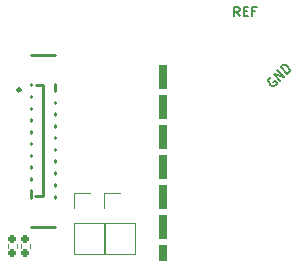
<source format=gbr>
%TF.GenerationSoftware,KiCad,Pcbnew,8.0.8-8.0.8-0~ubuntu24.04.1*%
%TF.CreationDate,2025-03-23T23:28:59+00:00*%
%TF.ProjectId,CONTROLLER_esp32xiao,434f4e54-524f-44c4-9c45-525f65737033,rev?*%
%TF.SameCoordinates,Original*%
%TF.FileFunction,Legend,Top*%
%TF.FilePolarity,Positive*%
%FSLAX46Y46*%
G04 Gerber Fmt 4.6, Leading zero omitted, Abs format (unit mm)*
G04 Created by KiCad (PCBNEW 8.0.8-8.0.8-0~ubuntu24.04.1) date 2025-03-23 23:28:59*
%MOMM*%
%LPD*%
G01*
G04 APERTURE LIST*
G04 Aperture macros list*
%AMRoundRect*
0 Rectangle with rounded corners*
0 $1 Rounding radius*
0 $2 $3 $4 $5 $6 $7 $8 $9 X,Y pos of 4 corners*
0 Add a 4 corners polygon primitive as box body*
4,1,4,$2,$3,$4,$5,$6,$7,$8,$9,$2,$3,0*
0 Add four circle primitives for the rounded corners*
1,1,$1+$1,$2,$3*
1,1,$1+$1,$4,$5*
1,1,$1+$1,$6,$7*
1,1,$1+$1,$8,$9*
0 Add four rect primitives between the rounded corners*
20,1,$1+$1,$2,$3,$4,$5,0*
20,1,$1+$1,$4,$5,$6,$7,0*
20,1,$1+$1,$6,$7,$8,$9,0*
20,1,$1+$1,$8,$9,$2,$3,0*%
G04 Aperture macros list end*
%ADD10C,0.200000*%
%ADD11C,0.120000*%
%ADD12C,0.250000*%
%ADD13R,1.700000X1.700000*%
%ADD14O,1.700000X1.700000*%
%ADD15RoundRect,1.000000X0.375000X0.000010X-0.375000X0.000010X-0.375000X-0.000010X0.375000X-0.000010X0*%
%ADD16RoundRect,0.160000X0.160000X-0.197500X0.160000X0.197500X-0.160000X0.197500X-0.160000X-0.197500X0*%
%ADD17R,1.200000X0.400000*%
%ADD18R,2.400000X2.000000*%
G04 APERTURE END LIST*
D10*
X71142857Y-71459695D02*
X70876190Y-71078742D01*
X70685714Y-71459695D02*
X70685714Y-70659695D01*
X70685714Y-70659695D02*
X70990476Y-70659695D01*
X70990476Y-70659695D02*
X71066666Y-70697790D01*
X71066666Y-70697790D02*
X71104761Y-70735885D01*
X71104761Y-70735885D02*
X71142857Y-70812076D01*
X71142857Y-70812076D02*
X71142857Y-70926361D01*
X71142857Y-70926361D02*
X71104761Y-71002552D01*
X71104761Y-71002552D02*
X71066666Y-71040647D01*
X71066666Y-71040647D02*
X70990476Y-71078742D01*
X70990476Y-71078742D02*
X70685714Y-71078742D01*
X71485714Y-71040647D02*
X71752380Y-71040647D01*
X71866666Y-71459695D02*
X71485714Y-71459695D01*
X71485714Y-71459695D02*
X71485714Y-70659695D01*
X71485714Y-70659695D02*
X71866666Y-70659695D01*
X72476190Y-71040647D02*
X72209524Y-71040647D01*
X72209524Y-71459695D02*
X72209524Y-70659695D01*
X72209524Y-70659695D02*
X72590476Y-70659695D01*
X73784596Y-76646592D02*
X73703784Y-76673530D01*
X73703784Y-76673530D02*
X73622972Y-76754342D01*
X73622972Y-76754342D02*
X73569097Y-76862092D01*
X73569097Y-76862092D02*
X73569097Y-76969841D01*
X73569097Y-76969841D02*
X73596035Y-77050653D01*
X73596035Y-77050653D02*
X73676847Y-77185340D01*
X73676847Y-77185340D02*
X73757659Y-77266153D01*
X73757659Y-77266153D02*
X73892346Y-77346965D01*
X73892346Y-77346965D02*
X73973158Y-77373902D01*
X73973158Y-77373902D02*
X74080908Y-77373902D01*
X74080908Y-77373902D02*
X74188657Y-77320027D01*
X74188657Y-77320027D02*
X74242532Y-77266153D01*
X74242532Y-77266153D02*
X74296407Y-77158403D01*
X74296407Y-77158403D02*
X74296407Y-77104528D01*
X74296407Y-77104528D02*
X74107845Y-76915966D01*
X74107845Y-76915966D02*
X74000096Y-77023716D01*
X74592718Y-76915966D02*
X74027033Y-76350281D01*
X74027033Y-76350281D02*
X74915967Y-76592718D01*
X74915967Y-76592718D02*
X74350282Y-76027032D01*
X75185341Y-76323344D02*
X74619656Y-75757658D01*
X74619656Y-75757658D02*
X74754343Y-75622971D01*
X74754343Y-75622971D02*
X74862092Y-75569097D01*
X74862092Y-75569097D02*
X74969842Y-75569097D01*
X74969842Y-75569097D02*
X75050654Y-75596034D01*
X75050654Y-75596034D02*
X75185341Y-75676846D01*
X75185341Y-75676846D02*
X75266153Y-75757658D01*
X75266153Y-75757658D02*
X75346966Y-75892345D01*
X75346966Y-75892345D02*
X75373903Y-75973158D01*
X75373903Y-75973158D02*
X75373903Y-76080907D01*
X75373903Y-76080907D02*
X75320028Y-76188657D01*
X75320028Y-76188657D02*
X75185341Y-76323344D01*
D11*
%TO.C,J3*%
X59670000Y-86395000D02*
X61000000Y-86395000D01*
X59670000Y-87725000D02*
X59670000Y-86395000D01*
X59670000Y-88995000D02*
X59670000Y-91595000D01*
X59670000Y-88995000D02*
X62330000Y-88995000D01*
X59670000Y-91595000D02*
X62330000Y-91595000D01*
X62330000Y-88995000D02*
X62330000Y-91595000D01*
%TO.C,J1*%
X57130000Y-86395000D02*
X58460000Y-86395000D01*
X57130000Y-87725000D02*
X57130000Y-86395000D01*
X57130000Y-88995000D02*
X57130000Y-91595000D01*
X57130000Y-88995000D02*
X59790000Y-88995000D01*
X57130000Y-91595000D02*
X59790000Y-91595000D01*
X59790000Y-88995000D02*
X59790000Y-91595000D01*
%TO.C,R1*%
X52619999Y-91067621D02*
X52619999Y-90732379D01*
X53380001Y-91067621D02*
X53380001Y-90732379D01*
%TO.C,R2*%
X51519999Y-91067621D02*
X51519999Y-90732379D01*
X52280001Y-91067621D02*
X52280001Y-90732379D01*
D12*
%TO.C,FPC1*%
X55500000Y-74700000D02*
X55500000Y-74720000D01*
X55500000Y-77190000D02*
X55500000Y-77820000D01*
X55500000Y-78690000D02*
X55500000Y-78820000D01*
X55500000Y-79690000D02*
X55500000Y-79820000D01*
X55500000Y-80690000D02*
X55500000Y-80820000D01*
X55500000Y-81690000D02*
X55500000Y-81810000D01*
X55500000Y-82670000D02*
X55500000Y-82810000D01*
X55500000Y-83670000D02*
X55500000Y-83810000D01*
X55500000Y-84670000D02*
X55500000Y-84810000D01*
X55500000Y-85670000D02*
X55500000Y-85810000D01*
X55500000Y-86670000D02*
X55500000Y-86810000D01*
X53870000Y-77300000D02*
X54500000Y-77300000D01*
X54500000Y-77300000D02*
X54500000Y-86690000D01*
X54500000Y-86690000D02*
X53870000Y-86690000D01*
X53870000Y-86690000D02*
X53860000Y-86700000D01*
X53510000Y-74720000D02*
X53510000Y-74700000D01*
X53510000Y-77320000D02*
X53510000Y-77190000D01*
X53510000Y-78320000D02*
X53510000Y-78190000D01*
X53510000Y-79320000D02*
X53510000Y-79190000D01*
X53510000Y-80320000D02*
X53510000Y-80190000D01*
X53510000Y-81310000D02*
X53510000Y-81190000D01*
X53510000Y-82310000D02*
X53510000Y-82170000D01*
X53510000Y-83310000D02*
X53510000Y-83170000D01*
X53510000Y-84310000D02*
X53510000Y-84170000D01*
X53510000Y-85310000D02*
X53510000Y-85170000D01*
X53510000Y-86810000D02*
X53510000Y-86170000D01*
X53510000Y-89300000D02*
X53510000Y-89270000D01*
X55510000Y-89300000D02*
X53510000Y-89300000D01*
X55500000Y-74700000D02*
X53500000Y-74700000D01*
X52600000Y-77680000D02*
G75*
G02*
X52340000Y-77680000I-130000J0D01*
G01*
X52340000Y-77680000D02*
G75*
G02*
X52600000Y-77680000I130000J0D01*
G01*
%TD*%
%LPC*%
D13*
%TO.C,J3*%
X61000000Y-87725000D03*
D14*
X61000000Y-90265000D03*
%TD*%
D13*
%TO.C,J1*%
X58460000Y-87725000D03*
D14*
X58460000Y-90265000D03*
%TD*%
D15*
%TO.C,U2*%
X64665000Y-76621750D03*
X64665000Y-79161750D03*
X64665000Y-81701750D03*
X64665000Y-84241750D03*
X64665000Y-86781750D03*
X64665000Y-89321750D03*
X64665000Y-91861750D03*
X48500000Y-91861750D03*
X48500000Y-89321750D03*
X48500000Y-86781750D03*
X48500000Y-84241750D03*
X48500000Y-81701750D03*
X48500000Y-79161750D03*
X48500000Y-76621750D03*
%TD*%
D16*
%TO.C,R1*%
X53000000Y-91497500D03*
X53000000Y-90302500D03*
%TD*%
%TO.C,R2*%
X51900000Y-91497500D03*
X51900000Y-90302500D03*
%TD*%
D17*
%TO.C,FPC1*%
X53500000Y-77760000D03*
X55500000Y-78260000D03*
X53500000Y-78760000D03*
X55500000Y-79260000D03*
X53500000Y-79760000D03*
X55500000Y-80260000D03*
X53500000Y-80760000D03*
X55500000Y-81260000D03*
X53500000Y-81760000D03*
X55500000Y-82260000D03*
X53500000Y-82760000D03*
X55500000Y-83260000D03*
X53500000Y-83760000D03*
X55500000Y-84260000D03*
X53500000Y-84760000D03*
X55500000Y-85260000D03*
X53500000Y-85760000D03*
X55500000Y-86260000D03*
D18*
X54500000Y-88040000D03*
X54500000Y-75960000D03*
%TD*%
%LPD*%
M02*

</source>
